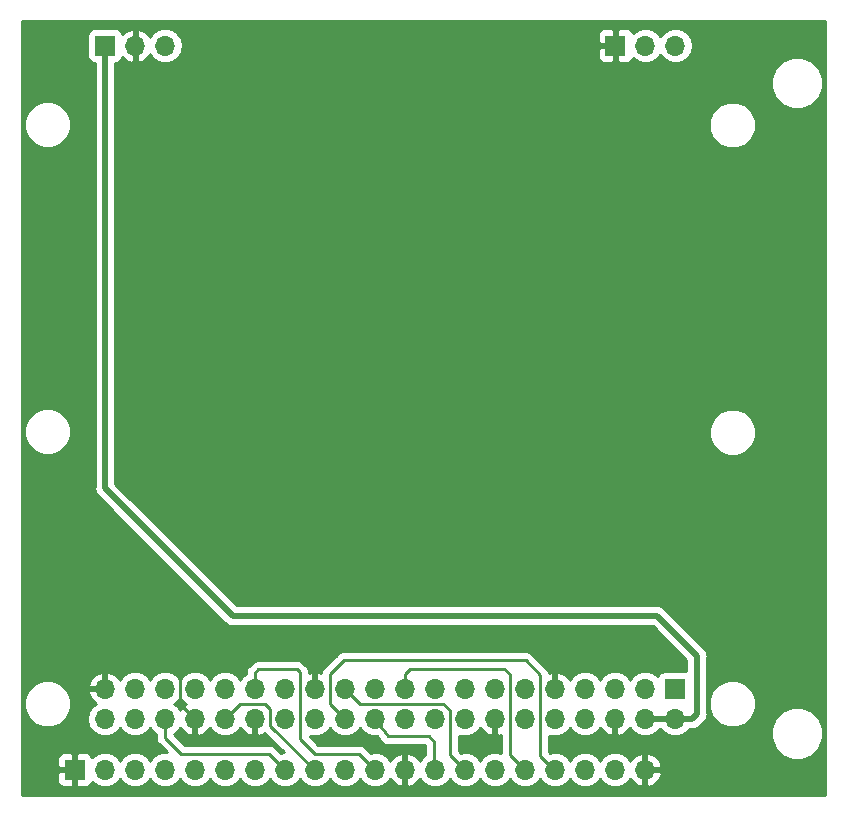
<source format=gbl>
G04 #@! TF.GenerationSoftware,KiCad,Pcbnew,(5.0.2)-1*
G04 #@! TF.CreationDate,2019-03-17T11:04:46+01:00*
G04 #@! TF.ProjectId,iC880A_Adapter_V1.1,69433838-3041-45f4-9164-61707465725f,rev?*
G04 #@! TF.SameCoordinates,Original*
G04 #@! TF.FileFunction,Copper,L2,Bot*
G04 #@! TF.FilePolarity,Positive*
%FSLAX46Y46*%
G04 Gerber Fmt 4.6, Leading zero omitted, Abs format (unit mm)*
G04 Created by KiCad (PCBNEW (5.0.2)-1) date 17.03.2019 11:04:46*
%MOMM*%
%LPD*%
G01*
G04 APERTURE LIST*
G04 #@! TA.AperFunction,ComponentPad*
%ADD10R,1.700000X1.700000*%
G04 #@! TD*
G04 #@! TA.AperFunction,ComponentPad*
%ADD11O,1.700000X1.700000*%
G04 #@! TD*
G04 #@! TA.AperFunction,Conductor*
%ADD12C,0.500000*%
G04 #@! TD*
G04 #@! TA.AperFunction,Conductor*
%ADD13C,0.250000*%
G04 #@! TD*
G04 #@! TA.AperFunction,Conductor*
%ADD14C,0.254000*%
G04 #@! TD*
G04 APERTURE END LIST*
D10*
G04 #@! TO.P,J1,1*
G04 #@! TO.N,N/C*
X132567920Y-184928680D03*
D11*
G04 #@! TO.P,J1,2*
G04 #@! TO.N,+5V*
X132567920Y-187468680D03*
G04 #@! TO.P,J1,3*
G04 #@! TO.N,N/C*
X130027920Y-184928680D03*
G04 #@! TO.P,J1,4*
G04 #@! TO.N,+5V*
X130027920Y-187468680D03*
G04 #@! TO.P,J1,5*
G04 #@! TO.N,N/C*
X127487920Y-184928680D03*
G04 #@! TO.P,J1,6*
G04 #@! TO.N,GND*
X127487920Y-187468680D03*
G04 #@! TO.P,J1,7*
G04 #@! TO.N,N/C*
X124947920Y-184928680D03*
G04 #@! TO.P,J1,8*
X124947920Y-187468680D03*
G04 #@! TO.P,J1,9*
G04 #@! TO.N,GND*
X122407920Y-184928680D03*
G04 #@! TO.P,J1,10*
G04 #@! TO.N,N/C*
X122407920Y-187468680D03*
G04 #@! TO.P,J1,11*
X119867920Y-184928680D03*
G04 #@! TO.P,J1,12*
X119867920Y-187468680D03*
G04 #@! TO.P,J1,13*
X117327920Y-184928680D03*
G04 #@! TO.P,J1,14*
G04 #@! TO.N,GND*
X117327920Y-187468680D03*
G04 #@! TO.P,J1,15*
G04 #@! TO.N,N/C*
X114787920Y-184928680D03*
G04 #@! TO.P,J1,16*
X114787920Y-187468680D03*
G04 #@! TO.P,J1,17*
X112247920Y-184928680D03*
G04 #@! TO.P,J1,18*
X112247920Y-187468680D03*
G04 #@! TO.P,J1,19*
G04 #@! TO.N,GPIO10_SPI0_MOSI*
X109707920Y-184928680D03*
G04 #@! TO.P,J1,20*
G04 #@! TO.N,GND*
X109707920Y-187468680D03*
G04 #@! TO.P,J1,21*
G04 #@! TO.N,GPIO9_SPI0_MISO*
X107167920Y-184928680D03*
G04 #@! TO.P,J1,22*
G04 #@! TO.N,GPIO25*
X107167920Y-187468680D03*
G04 #@! TO.P,J1,23*
G04 #@! TO.N,GPIO11_SPI0_SCLK*
X104627920Y-184928680D03*
G04 #@! TO.P,J1,24*
G04 #@! TO.N,GPIO8_SPI0_CS0*
X104627920Y-187468680D03*
G04 #@! TO.P,J1,25*
G04 #@! TO.N,GND*
X102087920Y-184928680D03*
G04 #@! TO.P,J1,26*
G04 #@! TO.N,N/C*
X102087920Y-187468680D03*
G04 #@! TO.P,J1,27*
X99547920Y-184928680D03*
G04 #@! TO.P,J1,28*
X99547920Y-187468680D03*
G04 #@! TO.P,J1,29*
G04 #@! TO.N,GPIO5*
X97007920Y-184928680D03*
G04 #@! TO.P,J1,30*
G04 #@! TO.N,GND*
X97007920Y-187468680D03*
G04 #@! TO.P,J1,31*
G04 #@! TO.N,GPIO6*
X94467920Y-184928680D03*
G04 #@! TO.P,J1,32*
G04 #@! TO.N,GPIO12*
X94467920Y-187468680D03*
G04 #@! TO.P,J1,33*
G04 #@! TO.N,N/C*
X91927920Y-184928680D03*
G04 #@! TO.P,J1,34*
G04 #@! TO.N,GND*
X91927920Y-187468680D03*
G04 #@! TO.P,J1,35*
G04 #@! TO.N,N/C*
X89387920Y-184928680D03*
G04 #@! TO.P,J1,36*
G04 #@! TO.N,GPIO16*
X89387920Y-187468680D03*
G04 #@! TO.P,J1,37*
G04 #@! TO.N,N/C*
X86847920Y-184928680D03*
G04 #@! TO.P,J1,38*
G04 #@! TO.N,GPIO20*
X86847920Y-187468680D03*
G04 #@! TO.P,J1,39*
G04 #@! TO.N,GND*
X84307920Y-184928680D03*
G04 #@! TO.P,J1,40*
G04 #@! TO.N,N/C*
X84307920Y-187468680D03*
G04 #@! TD*
G04 #@! TO.P,J2,20*
G04 #@! TO.N,GND*
X130027920Y-191786680D03*
G04 #@! TO.P,J2,19*
G04 #@! TO.N,N/C*
X127487920Y-191786680D03*
G04 #@! TO.P,J2,18*
X124947920Y-191786680D03*
G04 #@! TO.P,J2,17*
G04 #@! TO.N,GPIO8_SPI0_CS0*
X122407920Y-191786680D03*
G04 #@! TO.P,J2,16*
G04 #@! TO.N,GPIO10_SPI0_MOSI*
X119867920Y-191786680D03*
G04 #@! TO.P,J2,15*
G04 #@! TO.N,GPIO9_SPI0_MISO*
X117327920Y-191786680D03*
G04 #@! TO.P,J2,14*
G04 #@! TO.N,GPIO11_SPI0_SCLK*
X114787920Y-191786680D03*
G04 #@! TO.P,J2,13*
G04 #@! TO.N,GPIO25*
X112247920Y-191786680D03*
G04 #@! TO.P,J2,12*
G04 #@! TO.N,GND*
X109707920Y-191786680D03*
G04 #@! TO.P,J2,11*
G04 #@! TO.N,GPIO5*
X107167920Y-191786680D03*
G04 #@! TO.P,J2,10*
G04 #@! TO.N,GPIO6*
X104627920Y-191786680D03*
G04 #@! TO.P,J2,9*
G04 #@! TO.N,GPIO12*
X102087920Y-191786680D03*
G04 #@! TO.P,J2,8*
G04 #@! TO.N,GPIO16*
X99547920Y-191786680D03*
G04 #@! TO.P,J2,7*
G04 #@! TO.N,GPIO20*
X97007920Y-191786680D03*
G04 #@! TO.P,J2,6*
G04 #@! TO.N,N/C*
X94467920Y-191786680D03*
G04 #@! TO.P,J2,5*
X91927920Y-191786680D03*
G04 #@! TO.P,J2,4*
X89387920Y-191786680D03*
G04 #@! TO.P,J2,3*
X86847920Y-191786680D03*
G04 #@! TO.P,J2,2*
X84307920Y-191786680D03*
D10*
G04 #@! TO.P,J2,1*
G04 #@! TO.N,GND*
X81767920Y-191786680D03*
G04 #@! TD*
G04 #@! TO.P,J3,1*
G04 #@! TO.N,+5V*
X84320400Y-130463600D03*
D11*
G04 #@! TO.P,J3,2*
G04 #@! TO.N,GND*
X86860400Y-130463600D03*
G04 #@! TO.P,J3,3*
G04 #@! TO.N,N/C*
X89400400Y-130463600D03*
G04 #@! TD*
G04 #@! TO.P,J4,3*
G04 #@! TO.N,N/C*
X132614000Y-130461000D03*
G04 #@! TO.P,J4,2*
X130074000Y-130461000D03*
D10*
G04 #@! TO.P,J4,1*
G04 #@! TO.N,GND*
X127534000Y-130461000D03*
G04 #@! TD*
D12*
G04 #@! TO.N,+5V*
X130027920Y-187468680D02*
X132567920Y-187468680D01*
X134026320Y-187468680D02*
X132567920Y-187468680D01*
X84320400Y-167947160D02*
X95122240Y-178749000D01*
X84320400Y-130463600D02*
X84320400Y-167947160D01*
X95122240Y-178749000D02*
X131042000Y-178749000D01*
X131042000Y-178749000D02*
X134434600Y-182141600D01*
X134434600Y-182141600D02*
X134434600Y-187060400D01*
X134434600Y-187060400D02*
X134026320Y-187468680D01*
D13*
G04 #@! TO.N,GND*
X90657700Y-186198460D02*
X90657700Y-182886660D01*
X91927920Y-187468680D02*
X90657700Y-186198460D01*
X90657700Y-182886660D02*
X91610200Y-181934160D01*
X91610200Y-181934160D02*
X101135200Y-181934160D01*
X101135200Y-181934160D02*
X102087920Y-182886880D01*
X102087920Y-182886880D02*
X102087920Y-184928680D01*
G04 #@! TO.N,GPIO25*
X112191680Y-189399080D02*
X112191680Y-191786680D01*
X111752400Y-188959800D02*
X112191680Y-189399080D01*
X107167920Y-187468680D02*
X108298000Y-188959800D01*
X108298000Y-188959800D02*
X111752400Y-188959800D01*
G04 #@! TO.N,GPIO5*
X97299800Y-183270200D02*
X97007920Y-183562080D01*
X97007920Y-183562080D02*
X97007920Y-184928680D01*
X105788840Y-190407600D02*
X102075000Y-190407600D01*
X107167920Y-191786680D02*
X105788840Y-190407600D01*
X102075000Y-190407600D02*
X100805000Y-189137600D01*
X100805000Y-189137600D02*
X100805000Y-183498800D01*
X100805000Y-183498800D02*
X100576400Y-183270200D01*
X100576400Y-183270200D02*
X97299800Y-183270200D01*
G04 #@! TO.N,GPIO12*
X98290400Y-188096200D02*
X98290400Y-186623000D01*
X102087920Y-191786680D02*
X98290400Y-188096200D01*
X98290400Y-186623000D02*
X97884000Y-186216600D01*
X97884000Y-186216600D02*
X95720000Y-186216600D01*
X95720000Y-186216600D02*
X94467920Y-187468680D01*
G04 #@! TO.N,GPIO16*
X89380080Y-189051240D02*
X89387920Y-187468680D01*
X90761840Y-190433000D02*
X89380080Y-189051240D01*
X99547920Y-191786680D02*
X98194240Y-190433000D01*
X98194240Y-190433000D02*
X90761840Y-190433000D01*
G04 #@! TO.N,GPIO10_SPI0_MOSI*
X109707920Y-183689080D02*
X109707920Y-184928680D01*
X110139500Y-183257500D02*
X109707920Y-183689080D01*
X118140500Y-183257500D02*
X110139500Y-183257500D01*
X118585000Y-183702000D02*
X118140500Y-183257500D01*
X119867920Y-191786680D02*
X118585000Y-190503760D01*
X118585000Y-190503760D02*
X118585000Y-183702000D01*
G04 #@! TO.N,GPIO11_SPI0_SCLK*
X113505000Y-190503760D02*
X114787920Y-191786680D01*
X113505000Y-186750000D02*
X113505000Y-190503760D01*
X112946200Y-186191200D02*
X113505000Y-186750000D01*
X104627920Y-184928680D02*
X105890440Y-186191200D01*
X105890440Y-186191200D02*
X112946200Y-186191200D01*
G04 #@! TO.N,GPIO8_SPI0_CS0*
X103357700Y-183689300D02*
X103357700Y-186198460D01*
X104526100Y-182520900D02*
X103357700Y-183689300D01*
X119943900Y-182520900D02*
X104526100Y-182520900D01*
X121150400Y-183727400D02*
X119943900Y-182520900D01*
X122351680Y-191786680D02*
X121150400Y-190585400D01*
X121150400Y-190585400D02*
X121150400Y-183727400D01*
X103357700Y-186198460D02*
X104627920Y-187468680D01*
G04 #@! TD*
D14*
G04 #@! TO.N,GND*
G36*
X145294920Y-193921680D02*
X77264920Y-193921680D01*
X77264920Y-192072430D01*
X80282920Y-192072430D01*
X80282920Y-192762989D01*
X80379593Y-192996378D01*
X80558221Y-193175007D01*
X80791610Y-193271680D01*
X81482170Y-193271680D01*
X81640920Y-193112930D01*
X81640920Y-191913680D01*
X80441670Y-191913680D01*
X80282920Y-192072430D01*
X77264920Y-192072430D01*
X77264920Y-190810371D01*
X80282920Y-190810371D01*
X80282920Y-191500930D01*
X80441670Y-191659680D01*
X81640920Y-191659680D01*
X81640920Y-190460430D01*
X81894920Y-190460430D01*
X81894920Y-191659680D01*
X81914920Y-191659680D01*
X81914920Y-191913680D01*
X81894920Y-191913680D01*
X81894920Y-193112930D01*
X82053670Y-193271680D01*
X82744230Y-193271680D01*
X82977619Y-193175007D01*
X83156247Y-192996378D01*
X83222824Y-192835647D01*
X83237295Y-192857305D01*
X83728502Y-193185519D01*
X84161664Y-193271680D01*
X84454176Y-193271680D01*
X84887338Y-193185519D01*
X85378545Y-192857305D01*
X85577920Y-192558919D01*
X85777295Y-192857305D01*
X86268502Y-193185519D01*
X86701664Y-193271680D01*
X86994176Y-193271680D01*
X87427338Y-193185519D01*
X87918545Y-192857305D01*
X88117920Y-192558919D01*
X88317295Y-192857305D01*
X88808502Y-193185519D01*
X89241664Y-193271680D01*
X89534176Y-193271680D01*
X89967338Y-193185519D01*
X90458545Y-192857305D01*
X90657920Y-192558919D01*
X90857295Y-192857305D01*
X91348502Y-193185519D01*
X91781664Y-193271680D01*
X92074176Y-193271680D01*
X92507338Y-193185519D01*
X92998545Y-192857305D01*
X93197920Y-192558919D01*
X93397295Y-192857305D01*
X93888502Y-193185519D01*
X94321664Y-193271680D01*
X94614176Y-193271680D01*
X95047338Y-193185519D01*
X95538545Y-192857305D01*
X95737920Y-192558919D01*
X95937295Y-192857305D01*
X96428502Y-193185519D01*
X96861664Y-193271680D01*
X97154176Y-193271680D01*
X97587338Y-193185519D01*
X98078545Y-192857305D01*
X98277920Y-192558919D01*
X98477295Y-192857305D01*
X98968502Y-193185519D01*
X99401664Y-193271680D01*
X99694176Y-193271680D01*
X100127338Y-193185519D01*
X100618545Y-192857305D01*
X100817920Y-192558919D01*
X101017295Y-192857305D01*
X101508502Y-193185519D01*
X101941664Y-193271680D01*
X102234176Y-193271680D01*
X102667338Y-193185519D01*
X103158545Y-192857305D01*
X103357920Y-192558919D01*
X103557295Y-192857305D01*
X104048502Y-193185519D01*
X104481664Y-193271680D01*
X104774176Y-193271680D01*
X105207338Y-193185519D01*
X105698545Y-192857305D01*
X105897920Y-192558919D01*
X106097295Y-192857305D01*
X106588502Y-193185519D01*
X107021664Y-193271680D01*
X107314176Y-193271680D01*
X107747338Y-193185519D01*
X108238545Y-192857305D01*
X108451763Y-192538202D01*
X108512737Y-192668038D01*
X108940996Y-193058325D01*
X109351030Y-193228156D01*
X109580920Y-193106835D01*
X109580920Y-191913680D01*
X109560920Y-191913680D01*
X109560920Y-191659680D01*
X109580920Y-191659680D01*
X109580920Y-190466525D01*
X109351030Y-190345204D01*
X108940996Y-190515035D01*
X108512737Y-190905322D01*
X108451763Y-191035158D01*
X108238545Y-190716055D01*
X107747338Y-190387841D01*
X107314176Y-190301680D01*
X107021664Y-190301680D01*
X106801512Y-190345471D01*
X106379171Y-189923130D01*
X106336769Y-189859671D01*
X106085377Y-189691696D01*
X105863692Y-189647600D01*
X105863687Y-189647600D01*
X105788840Y-189632712D01*
X105713993Y-189647600D01*
X102389802Y-189647600D01*
X101634853Y-188892652D01*
X101941664Y-188953680D01*
X102234176Y-188953680D01*
X102667338Y-188867519D01*
X103158545Y-188539305D01*
X103357920Y-188240919D01*
X103557295Y-188539305D01*
X104048502Y-188867519D01*
X104481664Y-188953680D01*
X104774176Y-188953680D01*
X105207338Y-188867519D01*
X105698545Y-188539305D01*
X105897920Y-188240919D01*
X106097295Y-188539305D01*
X106588502Y-188867519D01*
X107021664Y-188953680D01*
X107314176Y-188953680D01*
X107336408Y-188949258D01*
X107678649Y-189400838D01*
X107750071Y-189507729D01*
X107832451Y-189562774D01*
X107906551Y-189628545D01*
X107957039Y-189646021D01*
X108001463Y-189675704D01*
X108098640Y-189695034D01*
X108192266Y-189727441D01*
X108320592Y-189719800D01*
X111431680Y-189719800D01*
X111431680Y-190546080D01*
X111177295Y-190716055D01*
X110964077Y-191035158D01*
X110903103Y-190905322D01*
X110474844Y-190515035D01*
X110064810Y-190345204D01*
X109834920Y-190466525D01*
X109834920Y-191659680D01*
X109854920Y-191659680D01*
X109854920Y-191913680D01*
X109834920Y-191913680D01*
X109834920Y-193106835D01*
X110064810Y-193228156D01*
X110474844Y-193058325D01*
X110903103Y-192668038D01*
X110964077Y-192538202D01*
X111177295Y-192857305D01*
X111668502Y-193185519D01*
X112101664Y-193271680D01*
X112394176Y-193271680D01*
X112827338Y-193185519D01*
X113318545Y-192857305D01*
X113517920Y-192558919D01*
X113717295Y-192857305D01*
X114208502Y-193185519D01*
X114641664Y-193271680D01*
X114934176Y-193271680D01*
X115367338Y-193185519D01*
X115858545Y-192857305D01*
X116057920Y-192558919D01*
X116257295Y-192857305D01*
X116748502Y-193185519D01*
X117181664Y-193271680D01*
X117474176Y-193271680D01*
X117907338Y-193185519D01*
X118398545Y-192857305D01*
X118597920Y-192558919D01*
X118797295Y-192857305D01*
X119288502Y-193185519D01*
X119721664Y-193271680D01*
X120014176Y-193271680D01*
X120447338Y-193185519D01*
X120938545Y-192857305D01*
X121137920Y-192558919D01*
X121337295Y-192857305D01*
X121828502Y-193185519D01*
X122261664Y-193271680D01*
X122554176Y-193271680D01*
X122987338Y-193185519D01*
X123478545Y-192857305D01*
X123677920Y-192558919D01*
X123877295Y-192857305D01*
X124368502Y-193185519D01*
X124801664Y-193271680D01*
X125094176Y-193271680D01*
X125527338Y-193185519D01*
X126018545Y-192857305D01*
X126217920Y-192558919D01*
X126417295Y-192857305D01*
X126908502Y-193185519D01*
X127341664Y-193271680D01*
X127634176Y-193271680D01*
X128067338Y-193185519D01*
X128558545Y-192857305D01*
X128771763Y-192538202D01*
X128832737Y-192668038D01*
X129260996Y-193058325D01*
X129671030Y-193228156D01*
X129900920Y-193106835D01*
X129900920Y-191913680D01*
X130154920Y-191913680D01*
X130154920Y-193106835D01*
X130384810Y-193228156D01*
X130794844Y-193058325D01*
X131223103Y-192668038D01*
X131469406Y-192143572D01*
X131348739Y-191913680D01*
X130154920Y-191913680D01*
X129900920Y-191913680D01*
X129880920Y-191913680D01*
X129880920Y-191659680D01*
X129900920Y-191659680D01*
X129900920Y-190466525D01*
X130154920Y-190466525D01*
X130154920Y-191659680D01*
X131348739Y-191659680D01*
X131469406Y-191429788D01*
X131223103Y-190905322D01*
X130794844Y-190515035D01*
X130384810Y-190345204D01*
X130154920Y-190466525D01*
X129900920Y-190466525D01*
X129671030Y-190345204D01*
X129260996Y-190515035D01*
X128832737Y-190905322D01*
X128771763Y-191035158D01*
X128558545Y-190716055D01*
X128067338Y-190387841D01*
X127634176Y-190301680D01*
X127341664Y-190301680D01*
X126908502Y-190387841D01*
X126417295Y-190716055D01*
X126217920Y-191014441D01*
X126018545Y-190716055D01*
X125527338Y-190387841D01*
X125094176Y-190301680D01*
X124801664Y-190301680D01*
X124368502Y-190387841D01*
X123877295Y-190716055D01*
X123677920Y-191014441D01*
X123478545Y-190716055D01*
X122987338Y-190387841D01*
X122554176Y-190301680D01*
X122261664Y-190301680D01*
X121994603Y-190354802D01*
X121910400Y-190270599D01*
X121910400Y-188883809D01*
X122261664Y-188953680D01*
X122554176Y-188953680D01*
X122987338Y-188867519D01*
X123478545Y-188539305D01*
X123677920Y-188240919D01*
X123877295Y-188539305D01*
X124368502Y-188867519D01*
X124801664Y-188953680D01*
X125094176Y-188953680D01*
X125527338Y-188867519D01*
X126018545Y-188539305D01*
X126231763Y-188220202D01*
X126292737Y-188350038D01*
X126720996Y-188740325D01*
X127131030Y-188910156D01*
X127360920Y-188788835D01*
X127360920Y-187595680D01*
X127340920Y-187595680D01*
X127340920Y-187341680D01*
X127360920Y-187341680D01*
X127360920Y-187321680D01*
X127614920Y-187321680D01*
X127614920Y-187341680D01*
X127634920Y-187341680D01*
X127634920Y-187595680D01*
X127614920Y-187595680D01*
X127614920Y-188788835D01*
X127844810Y-188910156D01*
X128254844Y-188740325D01*
X128683103Y-188350038D01*
X128744077Y-188220202D01*
X128957295Y-188539305D01*
X129448502Y-188867519D01*
X129881664Y-188953680D01*
X130174176Y-188953680D01*
X130607338Y-188867519D01*
X131098545Y-188539305D01*
X131222576Y-188353680D01*
X131373264Y-188353680D01*
X131497295Y-188539305D01*
X131988502Y-188867519D01*
X132421664Y-188953680D01*
X132714176Y-188953680D01*
X133147338Y-188867519D01*
X133638545Y-188539305D01*
X133762576Y-188353680D01*
X133939159Y-188353680D01*
X134026320Y-188371017D01*
X134113481Y-188353680D01*
X134113485Y-188353680D01*
X134371630Y-188302332D01*
X134470257Y-188236431D01*
X140679000Y-188236431D01*
X140679000Y-189125569D01*
X141019259Y-189947026D01*
X141647974Y-190575741D01*
X142469431Y-190916000D01*
X143358569Y-190916000D01*
X144180026Y-190575741D01*
X144808741Y-189947026D01*
X145149000Y-189125569D01*
X145149000Y-188236431D01*
X144808741Y-187414974D01*
X144180026Y-186786259D01*
X143358569Y-186446000D01*
X142469431Y-186446000D01*
X141647974Y-186786259D01*
X141019259Y-187414974D01*
X140679000Y-188236431D01*
X134470257Y-188236431D01*
X134664369Y-188106729D01*
X134713745Y-188032833D01*
X134998753Y-187747825D01*
X135072649Y-187698449D01*
X135268252Y-187405710D01*
X135319600Y-187147565D01*
X135319600Y-187147561D01*
X135336937Y-187060401D01*
X135319600Y-186973241D01*
X135319600Y-185796159D01*
X135449000Y-185796159D01*
X135449000Y-186585841D01*
X135751199Y-187315412D01*
X136309588Y-187873801D01*
X137039159Y-188176000D01*
X137828841Y-188176000D01*
X138558412Y-187873801D01*
X139116801Y-187315412D01*
X139419000Y-186585841D01*
X139419000Y-185796159D01*
X139116801Y-185066588D01*
X138558412Y-184508199D01*
X137828841Y-184206000D01*
X137039159Y-184206000D01*
X136309588Y-184508199D01*
X135751199Y-185066588D01*
X135449000Y-185796159D01*
X135319600Y-185796159D01*
X135319600Y-182228761D01*
X135336937Y-182141600D01*
X135319600Y-182054439D01*
X135319600Y-182054435D01*
X135268252Y-181796290D01*
X135072649Y-181503551D01*
X134998756Y-181454177D01*
X131729425Y-178184847D01*
X131680049Y-178110951D01*
X131387310Y-177915348D01*
X131129165Y-177864000D01*
X131129161Y-177864000D01*
X131042000Y-177846663D01*
X130954839Y-177864000D01*
X95488819Y-177864000D01*
X85205400Y-167580582D01*
X85205400Y-162806159D01*
X135469000Y-162806159D01*
X135469000Y-163595841D01*
X135771199Y-164325412D01*
X136329588Y-164883801D01*
X137059159Y-165186000D01*
X137848841Y-165186000D01*
X138578412Y-164883801D01*
X139136801Y-164325412D01*
X139439000Y-163595841D01*
X139439000Y-162806159D01*
X139136801Y-162076588D01*
X138578412Y-161518199D01*
X137848841Y-161216000D01*
X137059159Y-161216000D01*
X136329588Y-161518199D01*
X135771199Y-162076588D01*
X135469000Y-162806159D01*
X85205400Y-162806159D01*
X85205400Y-136796159D01*
X135449000Y-136796159D01*
X135449000Y-137585841D01*
X135751199Y-138315412D01*
X136309588Y-138873801D01*
X137039159Y-139176000D01*
X137828841Y-139176000D01*
X138558412Y-138873801D01*
X139116801Y-138315412D01*
X139419000Y-137585841D01*
X139419000Y-136796159D01*
X139116801Y-136066588D01*
X138558412Y-135508199D01*
X137828841Y-135206000D01*
X137039159Y-135206000D01*
X136309588Y-135508199D01*
X135751199Y-136066588D01*
X135449000Y-136796159D01*
X85205400Y-136796159D01*
X85205400Y-133196431D01*
X140669000Y-133196431D01*
X140669000Y-134085569D01*
X141009259Y-134907026D01*
X141637974Y-135535741D01*
X142459431Y-135876000D01*
X143348569Y-135876000D01*
X144170026Y-135535741D01*
X144798741Y-134907026D01*
X145139000Y-134085569D01*
X145139000Y-133196431D01*
X144798741Y-132374974D01*
X144170026Y-131746259D01*
X143348569Y-131406000D01*
X142459431Y-131406000D01*
X141637974Y-131746259D01*
X141009259Y-132374974D01*
X140669000Y-133196431D01*
X85205400Y-133196431D01*
X85205400Y-131954078D01*
X85418165Y-131911757D01*
X85628209Y-131771409D01*
X85768557Y-131561365D01*
X85789139Y-131457892D01*
X86093476Y-131735245D01*
X86503510Y-131905076D01*
X86733400Y-131783755D01*
X86733400Y-130590600D01*
X86713400Y-130590600D01*
X86713400Y-130336600D01*
X86733400Y-130336600D01*
X86733400Y-129143445D01*
X86987400Y-129143445D01*
X86987400Y-130336600D01*
X87007400Y-130336600D01*
X87007400Y-130590600D01*
X86987400Y-130590600D01*
X86987400Y-131783755D01*
X87217290Y-131905076D01*
X87627324Y-131735245D01*
X88055583Y-131344958D01*
X88116557Y-131215122D01*
X88329775Y-131534225D01*
X88820982Y-131862439D01*
X89254144Y-131948600D01*
X89546656Y-131948600D01*
X89979818Y-131862439D01*
X90471025Y-131534225D01*
X90799239Y-131043018D01*
X90858170Y-130746750D01*
X126049000Y-130746750D01*
X126049000Y-131437309D01*
X126145673Y-131670698D01*
X126324301Y-131849327D01*
X126557690Y-131946000D01*
X127248250Y-131946000D01*
X127407000Y-131787250D01*
X127407000Y-130588000D01*
X126207750Y-130588000D01*
X126049000Y-130746750D01*
X90858170Y-130746750D01*
X90914492Y-130463600D01*
X90799239Y-129884182D01*
X90532308Y-129484691D01*
X126049000Y-129484691D01*
X126049000Y-130175250D01*
X126207750Y-130334000D01*
X127407000Y-130334000D01*
X127407000Y-129134750D01*
X127661000Y-129134750D01*
X127661000Y-130334000D01*
X127681000Y-130334000D01*
X127681000Y-130588000D01*
X127661000Y-130588000D01*
X127661000Y-131787250D01*
X127819750Y-131946000D01*
X128510310Y-131946000D01*
X128743699Y-131849327D01*
X128922327Y-131670698D01*
X128988904Y-131509967D01*
X129003375Y-131531625D01*
X129494582Y-131859839D01*
X129927744Y-131946000D01*
X130220256Y-131946000D01*
X130653418Y-131859839D01*
X131144625Y-131531625D01*
X131344000Y-131233239D01*
X131543375Y-131531625D01*
X132034582Y-131859839D01*
X132467744Y-131946000D01*
X132760256Y-131946000D01*
X133193418Y-131859839D01*
X133684625Y-131531625D01*
X134012839Y-131040418D01*
X134128092Y-130461000D01*
X134012839Y-129881582D01*
X133684625Y-129390375D01*
X133193418Y-129062161D01*
X132760256Y-128976000D01*
X132467744Y-128976000D01*
X132034582Y-129062161D01*
X131543375Y-129390375D01*
X131344000Y-129688761D01*
X131144625Y-129390375D01*
X130653418Y-129062161D01*
X130220256Y-128976000D01*
X129927744Y-128976000D01*
X129494582Y-129062161D01*
X129003375Y-129390375D01*
X128988904Y-129412033D01*
X128922327Y-129251302D01*
X128743699Y-129072673D01*
X128510310Y-128976000D01*
X127819750Y-128976000D01*
X127661000Y-129134750D01*
X127407000Y-129134750D01*
X127248250Y-128976000D01*
X126557690Y-128976000D01*
X126324301Y-129072673D01*
X126145673Y-129251302D01*
X126049000Y-129484691D01*
X90532308Y-129484691D01*
X90471025Y-129392975D01*
X89979818Y-129064761D01*
X89546656Y-128978600D01*
X89254144Y-128978600D01*
X88820982Y-129064761D01*
X88329775Y-129392975D01*
X88116557Y-129712078D01*
X88055583Y-129582242D01*
X87627324Y-129191955D01*
X87217290Y-129022124D01*
X86987400Y-129143445D01*
X86733400Y-129143445D01*
X86503510Y-129022124D01*
X86093476Y-129191955D01*
X85789139Y-129469308D01*
X85768557Y-129365835D01*
X85628209Y-129155791D01*
X85418165Y-129015443D01*
X85170400Y-128966160D01*
X83470400Y-128966160D01*
X83222635Y-129015443D01*
X83012591Y-129155791D01*
X82872243Y-129365835D01*
X82822960Y-129613600D01*
X82822960Y-131313600D01*
X82872243Y-131561365D01*
X83012591Y-131771409D01*
X83222635Y-131911757D01*
X83435400Y-131954078D01*
X83435401Y-167859994D01*
X83418063Y-167947160D01*
X83486748Y-168292469D01*
X83632976Y-168511314D01*
X83632978Y-168511316D01*
X83682352Y-168585209D01*
X83756245Y-168634583D01*
X94434817Y-179313156D01*
X94484191Y-179387049D01*
X94558084Y-179436423D01*
X94558085Y-179436424D01*
X94776930Y-179582652D01*
X95035075Y-179634000D01*
X95035079Y-179634000D01*
X95122240Y-179651337D01*
X95209401Y-179634000D01*
X130675422Y-179634000D01*
X133549600Y-182508179D01*
X133549600Y-183457433D01*
X133417920Y-183431240D01*
X131717920Y-183431240D01*
X131470155Y-183480523D01*
X131260111Y-183620871D01*
X131119763Y-183830915D01*
X131110736Y-183876299D01*
X131098545Y-183858055D01*
X130607338Y-183529841D01*
X130174176Y-183443680D01*
X129881664Y-183443680D01*
X129448502Y-183529841D01*
X128957295Y-183858055D01*
X128757920Y-184156441D01*
X128558545Y-183858055D01*
X128067338Y-183529841D01*
X127634176Y-183443680D01*
X127341664Y-183443680D01*
X126908502Y-183529841D01*
X126417295Y-183858055D01*
X126217920Y-184156441D01*
X126018545Y-183858055D01*
X125527338Y-183529841D01*
X125094176Y-183443680D01*
X124801664Y-183443680D01*
X124368502Y-183529841D01*
X123877295Y-183858055D01*
X123664077Y-184177158D01*
X123603103Y-184047322D01*
X123174844Y-183657035D01*
X122764810Y-183487204D01*
X122534920Y-183608525D01*
X122534920Y-184801680D01*
X122554920Y-184801680D01*
X122554920Y-185055680D01*
X122534920Y-185055680D01*
X122534920Y-185075680D01*
X122280920Y-185075680D01*
X122280920Y-185055680D01*
X122260920Y-185055680D01*
X122260920Y-184801680D01*
X122280920Y-184801680D01*
X122280920Y-183608525D01*
X122051030Y-183487204D01*
X121890719Y-183553603D01*
X121875880Y-183479005D01*
X121866304Y-183430862D01*
X121740729Y-183242927D01*
X121698329Y-183179471D01*
X121634873Y-183137071D01*
X120534231Y-182036430D01*
X120491829Y-181972971D01*
X120240437Y-181804996D01*
X120018752Y-181760900D01*
X120018747Y-181760900D01*
X119943900Y-181746012D01*
X119869053Y-181760900D01*
X104600946Y-181760900D01*
X104526099Y-181746012D01*
X104451252Y-181760900D01*
X104451248Y-181760900D01*
X104229563Y-181804996D01*
X103978171Y-181972971D01*
X103935771Y-182036427D01*
X102873230Y-183098969D01*
X102809771Y-183141371D01*
X102641796Y-183392764D01*
X102609447Y-183555394D01*
X102444810Y-183487204D01*
X102214920Y-183608525D01*
X102214920Y-184801680D01*
X102234920Y-184801680D01*
X102234920Y-185055680D01*
X102214920Y-185055680D01*
X102214920Y-185075680D01*
X101960920Y-185075680D01*
X101960920Y-185055680D01*
X101940920Y-185055680D01*
X101940920Y-184801680D01*
X101960920Y-184801680D01*
X101960920Y-183608525D01*
X101731030Y-183487204D01*
X101568831Y-183554385D01*
X101579888Y-183498799D01*
X101565000Y-183423952D01*
X101565000Y-183423948D01*
X101520904Y-183202263D01*
X101352929Y-182950871D01*
X101289470Y-182908469D01*
X101166731Y-182785730D01*
X101124329Y-182722271D01*
X100872937Y-182554296D01*
X100651252Y-182510200D01*
X100651247Y-182510200D01*
X100576400Y-182495312D01*
X100501553Y-182510200D01*
X97374648Y-182510200D01*
X97299800Y-182495312D01*
X97224952Y-182510200D01*
X97224948Y-182510200D01*
X97003263Y-182554296D01*
X96751871Y-182722271D01*
X96709469Y-182785730D01*
X96523450Y-182971749D01*
X96459991Y-183014151D01*
X96292016Y-183265544D01*
X96247920Y-183487229D01*
X96247920Y-183487233D01*
X96233032Y-183562080D01*
X96247920Y-183636927D01*
X96247920Y-183650502D01*
X95937295Y-183858055D01*
X95737920Y-184156441D01*
X95538545Y-183858055D01*
X95047338Y-183529841D01*
X94614176Y-183443680D01*
X94321664Y-183443680D01*
X93888502Y-183529841D01*
X93397295Y-183858055D01*
X93197920Y-184156441D01*
X92998545Y-183858055D01*
X92507338Y-183529841D01*
X92074176Y-183443680D01*
X91781664Y-183443680D01*
X91348502Y-183529841D01*
X90857295Y-183858055D01*
X90657920Y-184156441D01*
X90458545Y-183858055D01*
X89967338Y-183529841D01*
X89534176Y-183443680D01*
X89241664Y-183443680D01*
X88808502Y-183529841D01*
X88317295Y-183858055D01*
X88117920Y-184156441D01*
X87918545Y-183858055D01*
X87427338Y-183529841D01*
X86994176Y-183443680D01*
X86701664Y-183443680D01*
X86268502Y-183529841D01*
X85777295Y-183858055D01*
X85564077Y-184177158D01*
X85503103Y-184047322D01*
X85074844Y-183657035D01*
X84664810Y-183487204D01*
X84434920Y-183608525D01*
X84434920Y-184801680D01*
X84454920Y-184801680D01*
X84454920Y-185055680D01*
X84434920Y-185055680D01*
X84434920Y-185075680D01*
X84180920Y-185075680D01*
X84180920Y-185055680D01*
X82987101Y-185055680D01*
X82866434Y-185285572D01*
X83112737Y-185810038D01*
X83537706Y-186197327D01*
X83237295Y-186398055D01*
X82909081Y-186889262D01*
X82793828Y-187468680D01*
X82909081Y-188048098D01*
X83237295Y-188539305D01*
X83728502Y-188867519D01*
X84161664Y-188953680D01*
X84454176Y-188953680D01*
X84887338Y-188867519D01*
X85378545Y-188539305D01*
X85577920Y-188240919D01*
X85777295Y-188539305D01*
X86268502Y-188867519D01*
X86701664Y-188953680D01*
X86994176Y-188953680D01*
X87427338Y-188867519D01*
X87918545Y-188539305D01*
X88117920Y-188240919D01*
X88317295Y-188539305D01*
X88621600Y-188742635D01*
X88620451Y-188974527D01*
X88605192Y-189051240D01*
X88634296Y-189197557D01*
X88662716Y-189344226D01*
X88663795Y-189345859D01*
X88664177Y-189347777D01*
X88747141Y-189471942D01*
X88829444Y-189596447D01*
X88894262Y-189640224D01*
X89561068Y-190307029D01*
X89534176Y-190301680D01*
X89241664Y-190301680D01*
X88808502Y-190387841D01*
X88317295Y-190716055D01*
X88117920Y-191014441D01*
X87918545Y-190716055D01*
X87427338Y-190387841D01*
X86994176Y-190301680D01*
X86701664Y-190301680D01*
X86268502Y-190387841D01*
X85777295Y-190716055D01*
X85577920Y-191014441D01*
X85378545Y-190716055D01*
X84887338Y-190387841D01*
X84454176Y-190301680D01*
X84161664Y-190301680D01*
X83728502Y-190387841D01*
X83237295Y-190716055D01*
X83222824Y-190737713D01*
X83156247Y-190576982D01*
X82977619Y-190398353D01*
X82744230Y-190301680D01*
X82053670Y-190301680D01*
X81894920Y-190460430D01*
X81640920Y-190460430D01*
X81482170Y-190301680D01*
X80791610Y-190301680D01*
X80558221Y-190398353D01*
X80379593Y-190576982D01*
X80282920Y-190810371D01*
X77264920Y-190810371D01*
X77264920Y-185796159D01*
X77465000Y-185796159D01*
X77465000Y-186585841D01*
X77767199Y-187315412D01*
X78325588Y-187873801D01*
X79055159Y-188176000D01*
X79844841Y-188176000D01*
X80574412Y-187873801D01*
X81132801Y-187315412D01*
X81435000Y-186585841D01*
X81435000Y-185796159D01*
X81132801Y-185066588D01*
X80638001Y-184571788D01*
X82866434Y-184571788D01*
X82987101Y-184801680D01*
X84180920Y-184801680D01*
X84180920Y-183608525D01*
X83951030Y-183487204D01*
X83540996Y-183657035D01*
X83112737Y-184047322D01*
X82866434Y-184571788D01*
X80638001Y-184571788D01*
X80574412Y-184508199D01*
X79844841Y-184206000D01*
X79055159Y-184206000D01*
X78325588Y-184508199D01*
X77767199Y-185066588D01*
X77465000Y-185796159D01*
X77264920Y-185796159D01*
X77264920Y-162755159D01*
X77465000Y-162755159D01*
X77465000Y-163544841D01*
X77767199Y-164274412D01*
X78325588Y-164832801D01*
X79055159Y-165135000D01*
X79844841Y-165135000D01*
X80574412Y-164832801D01*
X81132801Y-164274412D01*
X81435000Y-163544841D01*
X81435000Y-162755159D01*
X81132801Y-162025588D01*
X80574412Y-161467199D01*
X79844841Y-161165000D01*
X79055159Y-161165000D01*
X78325588Y-161467199D01*
X77767199Y-162025588D01*
X77465000Y-162755159D01*
X77264920Y-162755159D01*
X77264920Y-136748959D01*
X77465000Y-136748959D01*
X77465000Y-137538641D01*
X77767199Y-138268212D01*
X78325588Y-138826601D01*
X79055159Y-139128800D01*
X79844841Y-139128800D01*
X80574412Y-138826601D01*
X81132801Y-138268212D01*
X81435000Y-137538641D01*
X81435000Y-136748959D01*
X81132801Y-136019388D01*
X80574412Y-135460999D01*
X79844841Y-135158800D01*
X79055159Y-135158800D01*
X78325588Y-135460999D01*
X77767199Y-136019388D01*
X77465000Y-136748959D01*
X77264920Y-136748959D01*
X77264920Y-128391680D01*
X145294921Y-128391680D01*
X145294920Y-193921680D01*
X145294920Y-193921680D01*
G37*
X145294920Y-193921680D02*
X77264920Y-193921680D01*
X77264920Y-192072430D01*
X80282920Y-192072430D01*
X80282920Y-192762989D01*
X80379593Y-192996378D01*
X80558221Y-193175007D01*
X80791610Y-193271680D01*
X81482170Y-193271680D01*
X81640920Y-193112930D01*
X81640920Y-191913680D01*
X80441670Y-191913680D01*
X80282920Y-192072430D01*
X77264920Y-192072430D01*
X77264920Y-190810371D01*
X80282920Y-190810371D01*
X80282920Y-191500930D01*
X80441670Y-191659680D01*
X81640920Y-191659680D01*
X81640920Y-190460430D01*
X81894920Y-190460430D01*
X81894920Y-191659680D01*
X81914920Y-191659680D01*
X81914920Y-191913680D01*
X81894920Y-191913680D01*
X81894920Y-193112930D01*
X82053670Y-193271680D01*
X82744230Y-193271680D01*
X82977619Y-193175007D01*
X83156247Y-192996378D01*
X83222824Y-192835647D01*
X83237295Y-192857305D01*
X83728502Y-193185519D01*
X84161664Y-193271680D01*
X84454176Y-193271680D01*
X84887338Y-193185519D01*
X85378545Y-192857305D01*
X85577920Y-192558919D01*
X85777295Y-192857305D01*
X86268502Y-193185519D01*
X86701664Y-193271680D01*
X86994176Y-193271680D01*
X87427338Y-193185519D01*
X87918545Y-192857305D01*
X88117920Y-192558919D01*
X88317295Y-192857305D01*
X88808502Y-193185519D01*
X89241664Y-193271680D01*
X89534176Y-193271680D01*
X89967338Y-193185519D01*
X90458545Y-192857305D01*
X90657920Y-192558919D01*
X90857295Y-192857305D01*
X91348502Y-193185519D01*
X91781664Y-193271680D01*
X92074176Y-193271680D01*
X92507338Y-193185519D01*
X92998545Y-192857305D01*
X93197920Y-192558919D01*
X93397295Y-192857305D01*
X93888502Y-193185519D01*
X94321664Y-193271680D01*
X94614176Y-193271680D01*
X95047338Y-193185519D01*
X95538545Y-192857305D01*
X95737920Y-192558919D01*
X95937295Y-192857305D01*
X96428502Y-193185519D01*
X96861664Y-193271680D01*
X97154176Y-193271680D01*
X97587338Y-193185519D01*
X98078545Y-192857305D01*
X98277920Y-192558919D01*
X98477295Y-192857305D01*
X98968502Y-193185519D01*
X99401664Y-193271680D01*
X99694176Y-193271680D01*
X100127338Y-193185519D01*
X100618545Y-192857305D01*
X100817920Y-192558919D01*
X101017295Y-192857305D01*
X101508502Y-193185519D01*
X101941664Y-193271680D01*
X102234176Y-193271680D01*
X102667338Y-193185519D01*
X103158545Y-192857305D01*
X103357920Y-192558919D01*
X103557295Y-192857305D01*
X104048502Y-193185519D01*
X104481664Y-193271680D01*
X104774176Y-193271680D01*
X105207338Y-193185519D01*
X105698545Y-192857305D01*
X105897920Y-192558919D01*
X106097295Y-192857305D01*
X106588502Y-193185519D01*
X107021664Y-193271680D01*
X107314176Y-193271680D01*
X107747338Y-193185519D01*
X108238545Y-192857305D01*
X108451763Y-192538202D01*
X108512737Y-192668038D01*
X108940996Y-193058325D01*
X109351030Y-193228156D01*
X109580920Y-193106835D01*
X109580920Y-191913680D01*
X109560920Y-191913680D01*
X109560920Y-191659680D01*
X109580920Y-191659680D01*
X109580920Y-190466525D01*
X109351030Y-190345204D01*
X108940996Y-190515035D01*
X108512737Y-190905322D01*
X108451763Y-191035158D01*
X108238545Y-190716055D01*
X107747338Y-190387841D01*
X107314176Y-190301680D01*
X107021664Y-190301680D01*
X106801512Y-190345471D01*
X106379171Y-189923130D01*
X106336769Y-189859671D01*
X106085377Y-189691696D01*
X105863692Y-189647600D01*
X105863687Y-189647600D01*
X105788840Y-189632712D01*
X105713993Y-189647600D01*
X102389802Y-189647600D01*
X101634853Y-188892652D01*
X101941664Y-188953680D01*
X102234176Y-188953680D01*
X102667338Y-188867519D01*
X103158545Y-188539305D01*
X103357920Y-188240919D01*
X103557295Y-188539305D01*
X104048502Y-188867519D01*
X104481664Y-188953680D01*
X104774176Y-188953680D01*
X105207338Y-188867519D01*
X105698545Y-188539305D01*
X105897920Y-188240919D01*
X106097295Y-188539305D01*
X106588502Y-188867519D01*
X107021664Y-188953680D01*
X107314176Y-188953680D01*
X107336408Y-188949258D01*
X107678649Y-189400838D01*
X107750071Y-189507729D01*
X107832451Y-189562774D01*
X107906551Y-189628545D01*
X107957039Y-189646021D01*
X108001463Y-189675704D01*
X108098640Y-189695034D01*
X108192266Y-189727441D01*
X108320592Y-189719800D01*
X111431680Y-189719800D01*
X111431680Y-190546080D01*
X111177295Y-190716055D01*
X110964077Y-191035158D01*
X110903103Y-190905322D01*
X110474844Y-190515035D01*
X110064810Y-190345204D01*
X109834920Y-190466525D01*
X109834920Y-191659680D01*
X109854920Y-191659680D01*
X109854920Y-191913680D01*
X109834920Y-191913680D01*
X109834920Y-193106835D01*
X110064810Y-193228156D01*
X110474844Y-193058325D01*
X110903103Y-192668038D01*
X110964077Y-192538202D01*
X111177295Y-192857305D01*
X111668502Y-193185519D01*
X112101664Y-193271680D01*
X112394176Y-193271680D01*
X112827338Y-193185519D01*
X113318545Y-192857305D01*
X113517920Y-192558919D01*
X113717295Y-192857305D01*
X114208502Y-193185519D01*
X114641664Y-193271680D01*
X114934176Y-193271680D01*
X115367338Y-193185519D01*
X115858545Y-192857305D01*
X116057920Y-192558919D01*
X116257295Y-192857305D01*
X116748502Y-193185519D01*
X117181664Y-193271680D01*
X117474176Y-193271680D01*
X117907338Y-193185519D01*
X118398545Y-192857305D01*
X118597920Y-192558919D01*
X118797295Y-192857305D01*
X119288502Y-193185519D01*
X119721664Y-193271680D01*
X120014176Y-193271680D01*
X120447338Y-193185519D01*
X120938545Y-192857305D01*
X121137920Y-192558919D01*
X121337295Y-192857305D01*
X121828502Y-193185519D01*
X122261664Y-193271680D01*
X122554176Y-193271680D01*
X122987338Y-193185519D01*
X123478545Y-192857305D01*
X123677920Y-192558919D01*
X123877295Y-192857305D01*
X124368502Y-193185519D01*
X124801664Y-193271680D01*
X125094176Y-193271680D01*
X125527338Y-193185519D01*
X126018545Y-192857305D01*
X126217920Y-192558919D01*
X126417295Y-192857305D01*
X126908502Y-193185519D01*
X127341664Y-193271680D01*
X127634176Y-193271680D01*
X128067338Y-193185519D01*
X128558545Y-192857305D01*
X128771763Y-192538202D01*
X128832737Y-192668038D01*
X129260996Y-193058325D01*
X129671030Y-193228156D01*
X129900920Y-193106835D01*
X129900920Y-191913680D01*
X130154920Y-191913680D01*
X130154920Y-193106835D01*
X130384810Y-193228156D01*
X130794844Y-193058325D01*
X131223103Y-192668038D01*
X131469406Y-192143572D01*
X131348739Y-191913680D01*
X130154920Y-191913680D01*
X129900920Y-191913680D01*
X129880920Y-191913680D01*
X129880920Y-191659680D01*
X129900920Y-191659680D01*
X129900920Y-190466525D01*
X130154920Y-190466525D01*
X130154920Y-191659680D01*
X131348739Y-191659680D01*
X131469406Y-191429788D01*
X131223103Y-190905322D01*
X130794844Y-190515035D01*
X130384810Y-190345204D01*
X130154920Y-190466525D01*
X129900920Y-190466525D01*
X129671030Y-190345204D01*
X129260996Y-190515035D01*
X128832737Y-190905322D01*
X128771763Y-191035158D01*
X128558545Y-190716055D01*
X128067338Y-190387841D01*
X127634176Y-190301680D01*
X127341664Y-190301680D01*
X126908502Y-190387841D01*
X126417295Y-190716055D01*
X126217920Y-191014441D01*
X126018545Y-190716055D01*
X125527338Y-190387841D01*
X125094176Y-190301680D01*
X124801664Y-190301680D01*
X124368502Y-190387841D01*
X123877295Y-190716055D01*
X123677920Y-191014441D01*
X123478545Y-190716055D01*
X122987338Y-190387841D01*
X122554176Y-190301680D01*
X122261664Y-190301680D01*
X121994603Y-190354802D01*
X121910400Y-190270599D01*
X121910400Y-188883809D01*
X122261664Y-188953680D01*
X122554176Y-188953680D01*
X122987338Y-188867519D01*
X123478545Y-188539305D01*
X123677920Y-188240919D01*
X123877295Y-188539305D01*
X124368502Y-188867519D01*
X124801664Y-188953680D01*
X125094176Y-188953680D01*
X125527338Y-188867519D01*
X126018545Y-188539305D01*
X126231763Y-188220202D01*
X126292737Y-188350038D01*
X126720996Y-188740325D01*
X127131030Y-188910156D01*
X127360920Y-188788835D01*
X127360920Y-187595680D01*
X127340920Y-187595680D01*
X127340920Y-187341680D01*
X127360920Y-187341680D01*
X127360920Y-187321680D01*
X127614920Y-187321680D01*
X127614920Y-187341680D01*
X127634920Y-187341680D01*
X127634920Y-187595680D01*
X127614920Y-187595680D01*
X127614920Y-188788835D01*
X127844810Y-188910156D01*
X128254844Y-188740325D01*
X128683103Y-188350038D01*
X128744077Y-188220202D01*
X128957295Y-188539305D01*
X129448502Y-188867519D01*
X129881664Y-188953680D01*
X130174176Y-188953680D01*
X130607338Y-188867519D01*
X131098545Y-188539305D01*
X131222576Y-188353680D01*
X131373264Y-188353680D01*
X131497295Y-188539305D01*
X131988502Y-188867519D01*
X132421664Y-188953680D01*
X132714176Y-188953680D01*
X133147338Y-188867519D01*
X133638545Y-188539305D01*
X133762576Y-188353680D01*
X133939159Y-188353680D01*
X134026320Y-188371017D01*
X134113481Y-188353680D01*
X134113485Y-188353680D01*
X134371630Y-188302332D01*
X134470257Y-188236431D01*
X140679000Y-188236431D01*
X140679000Y-189125569D01*
X141019259Y-189947026D01*
X141647974Y-190575741D01*
X142469431Y-190916000D01*
X143358569Y-190916000D01*
X144180026Y-190575741D01*
X144808741Y-189947026D01*
X145149000Y-189125569D01*
X145149000Y-188236431D01*
X144808741Y-187414974D01*
X144180026Y-186786259D01*
X143358569Y-186446000D01*
X142469431Y-186446000D01*
X141647974Y-186786259D01*
X141019259Y-187414974D01*
X140679000Y-188236431D01*
X134470257Y-188236431D01*
X134664369Y-188106729D01*
X134713745Y-188032833D01*
X134998753Y-187747825D01*
X135072649Y-187698449D01*
X135268252Y-187405710D01*
X135319600Y-187147565D01*
X135319600Y-187147561D01*
X135336937Y-187060401D01*
X135319600Y-186973241D01*
X135319600Y-185796159D01*
X135449000Y-185796159D01*
X135449000Y-186585841D01*
X135751199Y-187315412D01*
X136309588Y-187873801D01*
X137039159Y-188176000D01*
X137828841Y-188176000D01*
X138558412Y-187873801D01*
X139116801Y-187315412D01*
X139419000Y-186585841D01*
X139419000Y-185796159D01*
X139116801Y-185066588D01*
X138558412Y-184508199D01*
X137828841Y-184206000D01*
X137039159Y-184206000D01*
X136309588Y-184508199D01*
X135751199Y-185066588D01*
X135449000Y-185796159D01*
X135319600Y-185796159D01*
X135319600Y-182228761D01*
X135336937Y-182141600D01*
X135319600Y-182054439D01*
X135319600Y-182054435D01*
X135268252Y-181796290D01*
X135072649Y-181503551D01*
X134998756Y-181454177D01*
X131729425Y-178184847D01*
X131680049Y-178110951D01*
X131387310Y-177915348D01*
X131129165Y-177864000D01*
X131129161Y-177864000D01*
X131042000Y-177846663D01*
X130954839Y-177864000D01*
X95488819Y-177864000D01*
X85205400Y-167580582D01*
X85205400Y-162806159D01*
X135469000Y-162806159D01*
X135469000Y-163595841D01*
X135771199Y-164325412D01*
X136329588Y-164883801D01*
X137059159Y-165186000D01*
X137848841Y-165186000D01*
X138578412Y-164883801D01*
X139136801Y-164325412D01*
X139439000Y-163595841D01*
X139439000Y-162806159D01*
X139136801Y-162076588D01*
X138578412Y-161518199D01*
X137848841Y-161216000D01*
X137059159Y-161216000D01*
X136329588Y-161518199D01*
X135771199Y-162076588D01*
X135469000Y-162806159D01*
X85205400Y-162806159D01*
X85205400Y-136796159D01*
X135449000Y-136796159D01*
X135449000Y-137585841D01*
X135751199Y-138315412D01*
X136309588Y-138873801D01*
X137039159Y-139176000D01*
X137828841Y-139176000D01*
X138558412Y-138873801D01*
X139116801Y-138315412D01*
X139419000Y-137585841D01*
X139419000Y-136796159D01*
X139116801Y-136066588D01*
X138558412Y-135508199D01*
X137828841Y-135206000D01*
X137039159Y-135206000D01*
X136309588Y-135508199D01*
X135751199Y-136066588D01*
X135449000Y-136796159D01*
X85205400Y-136796159D01*
X85205400Y-133196431D01*
X140669000Y-133196431D01*
X140669000Y-134085569D01*
X141009259Y-134907026D01*
X141637974Y-135535741D01*
X142459431Y-135876000D01*
X143348569Y-135876000D01*
X144170026Y-135535741D01*
X144798741Y-134907026D01*
X145139000Y-134085569D01*
X145139000Y-133196431D01*
X144798741Y-132374974D01*
X144170026Y-131746259D01*
X143348569Y-131406000D01*
X142459431Y-131406000D01*
X141637974Y-131746259D01*
X141009259Y-132374974D01*
X140669000Y-133196431D01*
X85205400Y-133196431D01*
X85205400Y-131954078D01*
X85418165Y-131911757D01*
X85628209Y-131771409D01*
X85768557Y-131561365D01*
X85789139Y-131457892D01*
X86093476Y-131735245D01*
X86503510Y-131905076D01*
X86733400Y-131783755D01*
X86733400Y-130590600D01*
X86713400Y-130590600D01*
X86713400Y-130336600D01*
X86733400Y-130336600D01*
X86733400Y-129143445D01*
X86987400Y-129143445D01*
X86987400Y-130336600D01*
X87007400Y-130336600D01*
X87007400Y-130590600D01*
X86987400Y-130590600D01*
X86987400Y-131783755D01*
X87217290Y-131905076D01*
X87627324Y-131735245D01*
X88055583Y-131344958D01*
X88116557Y-131215122D01*
X88329775Y-131534225D01*
X88820982Y-131862439D01*
X89254144Y-131948600D01*
X89546656Y-131948600D01*
X89979818Y-131862439D01*
X90471025Y-131534225D01*
X90799239Y-131043018D01*
X90858170Y-130746750D01*
X126049000Y-130746750D01*
X126049000Y-131437309D01*
X126145673Y-131670698D01*
X126324301Y-131849327D01*
X126557690Y-131946000D01*
X127248250Y-131946000D01*
X127407000Y-131787250D01*
X127407000Y-130588000D01*
X126207750Y-130588000D01*
X126049000Y-130746750D01*
X90858170Y-130746750D01*
X90914492Y-130463600D01*
X90799239Y-129884182D01*
X90532308Y-129484691D01*
X126049000Y-129484691D01*
X126049000Y-130175250D01*
X126207750Y-130334000D01*
X127407000Y-130334000D01*
X127407000Y-129134750D01*
X127661000Y-129134750D01*
X127661000Y-130334000D01*
X127681000Y-130334000D01*
X127681000Y-130588000D01*
X127661000Y-130588000D01*
X127661000Y-131787250D01*
X127819750Y-131946000D01*
X128510310Y-131946000D01*
X128743699Y-131849327D01*
X128922327Y-131670698D01*
X128988904Y-131509967D01*
X129003375Y-131531625D01*
X129494582Y-131859839D01*
X129927744Y-131946000D01*
X130220256Y-131946000D01*
X130653418Y-131859839D01*
X131144625Y-131531625D01*
X131344000Y-131233239D01*
X131543375Y-131531625D01*
X132034582Y-131859839D01*
X132467744Y-131946000D01*
X132760256Y-131946000D01*
X133193418Y-131859839D01*
X133684625Y-131531625D01*
X134012839Y-131040418D01*
X134128092Y-130461000D01*
X134012839Y-129881582D01*
X133684625Y-129390375D01*
X133193418Y-129062161D01*
X132760256Y-128976000D01*
X132467744Y-128976000D01*
X132034582Y-129062161D01*
X131543375Y-129390375D01*
X131344000Y-129688761D01*
X131144625Y-129390375D01*
X130653418Y-129062161D01*
X130220256Y-128976000D01*
X129927744Y-128976000D01*
X129494582Y-129062161D01*
X129003375Y-129390375D01*
X128988904Y-129412033D01*
X128922327Y-129251302D01*
X128743699Y-129072673D01*
X128510310Y-128976000D01*
X127819750Y-128976000D01*
X127661000Y-129134750D01*
X127407000Y-129134750D01*
X127248250Y-128976000D01*
X126557690Y-128976000D01*
X126324301Y-129072673D01*
X126145673Y-129251302D01*
X126049000Y-129484691D01*
X90532308Y-129484691D01*
X90471025Y-129392975D01*
X89979818Y-129064761D01*
X89546656Y-128978600D01*
X89254144Y-128978600D01*
X88820982Y-129064761D01*
X88329775Y-129392975D01*
X88116557Y-129712078D01*
X88055583Y-129582242D01*
X87627324Y-129191955D01*
X87217290Y-129022124D01*
X86987400Y-129143445D01*
X86733400Y-129143445D01*
X86503510Y-129022124D01*
X86093476Y-129191955D01*
X85789139Y-129469308D01*
X85768557Y-129365835D01*
X85628209Y-129155791D01*
X85418165Y-129015443D01*
X85170400Y-128966160D01*
X83470400Y-128966160D01*
X83222635Y-129015443D01*
X83012591Y-129155791D01*
X82872243Y-129365835D01*
X82822960Y-129613600D01*
X82822960Y-131313600D01*
X82872243Y-131561365D01*
X83012591Y-131771409D01*
X83222635Y-131911757D01*
X83435400Y-131954078D01*
X83435401Y-167859994D01*
X83418063Y-167947160D01*
X83486748Y-168292469D01*
X83632976Y-168511314D01*
X83632978Y-168511316D01*
X83682352Y-168585209D01*
X83756245Y-168634583D01*
X94434817Y-179313156D01*
X94484191Y-179387049D01*
X94558084Y-179436423D01*
X94558085Y-179436424D01*
X94776930Y-179582652D01*
X95035075Y-179634000D01*
X95035079Y-179634000D01*
X95122240Y-179651337D01*
X95209401Y-179634000D01*
X130675422Y-179634000D01*
X133549600Y-182508179D01*
X133549600Y-183457433D01*
X133417920Y-183431240D01*
X131717920Y-183431240D01*
X131470155Y-183480523D01*
X131260111Y-183620871D01*
X131119763Y-183830915D01*
X131110736Y-183876299D01*
X131098545Y-183858055D01*
X130607338Y-183529841D01*
X130174176Y-183443680D01*
X129881664Y-183443680D01*
X129448502Y-183529841D01*
X128957295Y-183858055D01*
X128757920Y-184156441D01*
X128558545Y-183858055D01*
X128067338Y-183529841D01*
X127634176Y-183443680D01*
X127341664Y-183443680D01*
X126908502Y-183529841D01*
X126417295Y-183858055D01*
X126217920Y-184156441D01*
X126018545Y-183858055D01*
X125527338Y-183529841D01*
X125094176Y-183443680D01*
X124801664Y-183443680D01*
X124368502Y-183529841D01*
X123877295Y-183858055D01*
X123664077Y-184177158D01*
X123603103Y-184047322D01*
X123174844Y-183657035D01*
X122764810Y-183487204D01*
X122534920Y-183608525D01*
X122534920Y-184801680D01*
X122554920Y-184801680D01*
X122554920Y-185055680D01*
X122534920Y-185055680D01*
X122534920Y-185075680D01*
X122280920Y-185075680D01*
X122280920Y-185055680D01*
X122260920Y-185055680D01*
X122260920Y-184801680D01*
X122280920Y-184801680D01*
X122280920Y-183608525D01*
X122051030Y-183487204D01*
X121890719Y-183553603D01*
X121875880Y-183479005D01*
X121866304Y-183430862D01*
X121740729Y-183242927D01*
X121698329Y-183179471D01*
X121634873Y-183137071D01*
X120534231Y-182036430D01*
X120491829Y-181972971D01*
X120240437Y-181804996D01*
X120018752Y-181760900D01*
X120018747Y-181760900D01*
X119943900Y-181746012D01*
X119869053Y-181760900D01*
X104600946Y-181760900D01*
X104526099Y-181746012D01*
X104451252Y-181760900D01*
X104451248Y-181760900D01*
X104229563Y-181804996D01*
X103978171Y-181972971D01*
X103935771Y-182036427D01*
X102873230Y-183098969D01*
X102809771Y-183141371D01*
X102641796Y-183392764D01*
X102609447Y-183555394D01*
X102444810Y-183487204D01*
X102214920Y-183608525D01*
X102214920Y-184801680D01*
X102234920Y-184801680D01*
X102234920Y-185055680D01*
X102214920Y-185055680D01*
X102214920Y-185075680D01*
X101960920Y-185075680D01*
X101960920Y-185055680D01*
X101940920Y-185055680D01*
X101940920Y-184801680D01*
X101960920Y-184801680D01*
X101960920Y-183608525D01*
X101731030Y-183487204D01*
X101568831Y-183554385D01*
X101579888Y-183498799D01*
X101565000Y-183423952D01*
X101565000Y-183423948D01*
X101520904Y-183202263D01*
X101352929Y-182950871D01*
X101289470Y-182908469D01*
X101166731Y-182785730D01*
X101124329Y-182722271D01*
X100872937Y-182554296D01*
X100651252Y-182510200D01*
X100651247Y-182510200D01*
X100576400Y-182495312D01*
X100501553Y-182510200D01*
X97374648Y-182510200D01*
X97299800Y-182495312D01*
X97224952Y-182510200D01*
X97224948Y-182510200D01*
X97003263Y-182554296D01*
X96751871Y-182722271D01*
X96709469Y-182785730D01*
X96523450Y-182971749D01*
X96459991Y-183014151D01*
X96292016Y-183265544D01*
X96247920Y-183487229D01*
X96247920Y-183487233D01*
X96233032Y-183562080D01*
X96247920Y-183636927D01*
X96247920Y-183650502D01*
X95937295Y-183858055D01*
X95737920Y-184156441D01*
X95538545Y-183858055D01*
X95047338Y-183529841D01*
X94614176Y-183443680D01*
X94321664Y-183443680D01*
X93888502Y-183529841D01*
X93397295Y-183858055D01*
X93197920Y-184156441D01*
X92998545Y-183858055D01*
X92507338Y-183529841D01*
X92074176Y-183443680D01*
X91781664Y-183443680D01*
X91348502Y-183529841D01*
X90857295Y-183858055D01*
X90657920Y-184156441D01*
X90458545Y-183858055D01*
X89967338Y-183529841D01*
X89534176Y-183443680D01*
X89241664Y-183443680D01*
X88808502Y-183529841D01*
X88317295Y-183858055D01*
X88117920Y-184156441D01*
X87918545Y-183858055D01*
X87427338Y-183529841D01*
X86994176Y-183443680D01*
X86701664Y-183443680D01*
X86268502Y-183529841D01*
X85777295Y-183858055D01*
X85564077Y-184177158D01*
X85503103Y-184047322D01*
X85074844Y-183657035D01*
X84664810Y-183487204D01*
X84434920Y-183608525D01*
X84434920Y-184801680D01*
X84454920Y-184801680D01*
X84454920Y-185055680D01*
X84434920Y-185055680D01*
X84434920Y-185075680D01*
X84180920Y-185075680D01*
X84180920Y-185055680D01*
X82987101Y-185055680D01*
X82866434Y-185285572D01*
X83112737Y-185810038D01*
X83537706Y-186197327D01*
X83237295Y-186398055D01*
X82909081Y-186889262D01*
X82793828Y-187468680D01*
X82909081Y-188048098D01*
X83237295Y-188539305D01*
X83728502Y-188867519D01*
X84161664Y-188953680D01*
X84454176Y-188953680D01*
X84887338Y-188867519D01*
X85378545Y-188539305D01*
X85577920Y-188240919D01*
X85777295Y-188539305D01*
X86268502Y-188867519D01*
X86701664Y-188953680D01*
X86994176Y-188953680D01*
X87427338Y-188867519D01*
X87918545Y-188539305D01*
X88117920Y-188240919D01*
X88317295Y-188539305D01*
X88621600Y-188742635D01*
X88620451Y-188974527D01*
X88605192Y-189051240D01*
X88634296Y-189197557D01*
X88662716Y-189344226D01*
X88663795Y-189345859D01*
X88664177Y-189347777D01*
X88747141Y-189471942D01*
X88829444Y-189596447D01*
X88894262Y-189640224D01*
X89561068Y-190307029D01*
X89534176Y-190301680D01*
X89241664Y-190301680D01*
X88808502Y-190387841D01*
X88317295Y-190716055D01*
X88117920Y-191014441D01*
X87918545Y-190716055D01*
X87427338Y-190387841D01*
X86994176Y-190301680D01*
X86701664Y-190301680D01*
X86268502Y-190387841D01*
X85777295Y-190716055D01*
X85577920Y-191014441D01*
X85378545Y-190716055D01*
X84887338Y-190387841D01*
X84454176Y-190301680D01*
X84161664Y-190301680D01*
X83728502Y-190387841D01*
X83237295Y-190716055D01*
X83222824Y-190737713D01*
X83156247Y-190576982D01*
X82977619Y-190398353D01*
X82744230Y-190301680D01*
X82053670Y-190301680D01*
X81894920Y-190460430D01*
X81640920Y-190460430D01*
X81482170Y-190301680D01*
X80791610Y-190301680D01*
X80558221Y-190398353D01*
X80379593Y-190576982D01*
X80282920Y-190810371D01*
X77264920Y-190810371D01*
X77264920Y-185796159D01*
X77465000Y-185796159D01*
X77465000Y-186585841D01*
X77767199Y-187315412D01*
X78325588Y-187873801D01*
X79055159Y-188176000D01*
X79844841Y-188176000D01*
X80574412Y-187873801D01*
X81132801Y-187315412D01*
X81435000Y-186585841D01*
X81435000Y-185796159D01*
X81132801Y-185066588D01*
X80638001Y-184571788D01*
X82866434Y-184571788D01*
X82987101Y-184801680D01*
X84180920Y-184801680D01*
X84180920Y-183608525D01*
X83951030Y-183487204D01*
X83540996Y-183657035D01*
X83112737Y-184047322D01*
X82866434Y-184571788D01*
X80638001Y-184571788D01*
X80574412Y-184508199D01*
X79844841Y-184206000D01*
X79055159Y-184206000D01*
X78325588Y-184508199D01*
X77767199Y-185066588D01*
X77465000Y-185796159D01*
X77264920Y-185796159D01*
X77264920Y-162755159D01*
X77465000Y-162755159D01*
X77465000Y-163544841D01*
X77767199Y-164274412D01*
X78325588Y-164832801D01*
X79055159Y-165135000D01*
X79844841Y-165135000D01*
X80574412Y-164832801D01*
X81132801Y-164274412D01*
X81435000Y-163544841D01*
X81435000Y-162755159D01*
X81132801Y-162025588D01*
X80574412Y-161467199D01*
X79844841Y-161165000D01*
X79055159Y-161165000D01*
X78325588Y-161467199D01*
X77767199Y-162025588D01*
X77465000Y-162755159D01*
X77264920Y-162755159D01*
X77264920Y-136748959D01*
X77465000Y-136748959D01*
X77465000Y-137538641D01*
X77767199Y-138268212D01*
X78325588Y-138826601D01*
X79055159Y-139128800D01*
X79844841Y-139128800D01*
X80574412Y-138826601D01*
X81132801Y-138268212D01*
X81435000Y-137538641D01*
X81435000Y-136748959D01*
X81132801Y-136019388D01*
X80574412Y-135460999D01*
X79844841Y-135158800D01*
X79055159Y-135158800D01*
X78325588Y-135460999D01*
X77767199Y-136019388D01*
X77465000Y-136748959D01*
X77264920Y-136748959D01*
X77264920Y-128391680D01*
X145294921Y-128391680D01*
X145294920Y-193921680D01*
G36*
X117454920Y-187341680D02*
X117474920Y-187341680D01*
X117474920Y-187595680D01*
X117454920Y-187595680D01*
X117454920Y-188788835D01*
X117684810Y-188910156D01*
X117825000Y-188852091D01*
X117825000Y-190371463D01*
X117474176Y-190301680D01*
X117181664Y-190301680D01*
X116748502Y-190387841D01*
X116257295Y-190716055D01*
X116057920Y-191014441D01*
X115858545Y-190716055D01*
X115367338Y-190387841D01*
X114934176Y-190301680D01*
X114641664Y-190301680D01*
X114421512Y-190345471D01*
X114265000Y-190188959D01*
X114265000Y-188878757D01*
X114641664Y-188953680D01*
X114934176Y-188953680D01*
X115367338Y-188867519D01*
X115858545Y-188539305D01*
X116071763Y-188220202D01*
X116132737Y-188350038D01*
X116560996Y-188740325D01*
X116971030Y-188910156D01*
X117200920Y-188788835D01*
X117200920Y-187595680D01*
X117180920Y-187595680D01*
X117180920Y-187341680D01*
X117200920Y-187341680D01*
X117200920Y-187321680D01*
X117454920Y-187321680D01*
X117454920Y-187341680D01*
X117454920Y-187341680D01*
G37*
X117454920Y-187341680D02*
X117474920Y-187341680D01*
X117474920Y-187595680D01*
X117454920Y-187595680D01*
X117454920Y-188788835D01*
X117684810Y-188910156D01*
X117825000Y-188852091D01*
X117825000Y-190371463D01*
X117474176Y-190301680D01*
X117181664Y-190301680D01*
X116748502Y-190387841D01*
X116257295Y-190716055D01*
X116057920Y-191014441D01*
X115858545Y-190716055D01*
X115367338Y-190387841D01*
X114934176Y-190301680D01*
X114641664Y-190301680D01*
X114421512Y-190345471D01*
X114265000Y-190188959D01*
X114265000Y-188878757D01*
X114641664Y-188953680D01*
X114934176Y-188953680D01*
X115367338Y-188867519D01*
X115858545Y-188539305D01*
X116071763Y-188220202D01*
X116132737Y-188350038D01*
X116560996Y-188740325D01*
X116971030Y-188910156D01*
X117200920Y-188788835D01*
X117200920Y-187595680D01*
X117180920Y-187595680D01*
X117180920Y-187341680D01*
X117200920Y-187341680D01*
X117200920Y-187321680D01*
X117454920Y-187321680D01*
X117454920Y-187341680D01*
G36*
X92054920Y-187341680D02*
X92074920Y-187341680D01*
X92074920Y-187595680D01*
X92054920Y-187595680D01*
X92054920Y-188788835D01*
X92284810Y-188910156D01*
X92694844Y-188740325D01*
X93123103Y-188350038D01*
X93184077Y-188220202D01*
X93397295Y-188539305D01*
X93888502Y-188867519D01*
X94321664Y-188953680D01*
X94614176Y-188953680D01*
X95047338Y-188867519D01*
X95538545Y-188539305D01*
X95751763Y-188220202D01*
X95812737Y-188350038D01*
X96240996Y-188740325D01*
X96651030Y-188910156D01*
X96880920Y-188788835D01*
X96880920Y-187595680D01*
X96860920Y-187595680D01*
X96860920Y-187341680D01*
X96880920Y-187341680D01*
X96880920Y-187321680D01*
X97134920Y-187321680D01*
X97134920Y-187341680D01*
X97154920Y-187341680D01*
X97154920Y-187595680D01*
X97134920Y-187595680D01*
X97134920Y-188788835D01*
X97364810Y-188910156D01*
X97774844Y-188740325D01*
X97820187Y-188699003D01*
X99469348Y-190301680D01*
X99401664Y-190301680D01*
X99181512Y-190345471D01*
X98784571Y-189948530D01*
X98742169Y-189885071D01*
X98490777Y-189717096D01*
X98269092Y-189673000D01*
X98269087Y-189673000D01*
X98194240Y-189658112D01*
X98119393Y-189673000D01*
X91076642Y-189673000D01*
X90149466Y-188745825D01*
X90458545Y-188539305D01*
X90671763Y-188220202D01*
X90732737Y-188350038D01*
X91160996Y-188740325D01*
X91571030Y-188910156D01*
X91800920Y-188788835D01*
X91800920Y-187595680D01*
X91780920Y-187595680D01*
X91780920Y-187341680D01*
X91800920Y-187341680D01*
X91800920Y-187321680D01*
X92054920Y-187321680D01*
X92054920Y-187341680D01*
X92054920Y-187341680D01*
G37*
X92054920Y-187341680D02*
X92074920Y-187341680D01*
X92074920Y-187595680D01*
X92054920Y-187595680D01*
X92054920Y-188788835D01*
X92284810Y-188910156D01*
X92694844Y-188740325D01*
X93123103Y-188350038D01*
X93184077Y-188220202D01*
X93397295Y-188539305D01*
X93888502Y-188867519D01*
X94321664Y-188953680D01*
X94614176Y-188953680D01*
X95047338Y-188867519D01*
X95538545Y-188539305D01*
X95751763Y-188220202D01*
X95812737Y-188350038D01*
X96240996Y-188740325D01*
X96651030Y-188910156D01*
X96880920Y-188788835D01*
X96880920Y-187595680D01*
X96860920Y-187595680D01*
X96860920Y-187341680D01*
X96880920Y-187341680D01*
X96880920Y-187321680D01*
X97134920Y-187321680D01*
X97134920Y-187341680D01*
X97154920Y-187341680D01*
X97154920Y-187595680D01*
X97134920Y-187595680D01*
X97134920Y-188788835D01*
X97364810Y-188910156D01*
X97774844Y-188740325D01*
X97820187Y-188699003D01*
X99469348Y-190301680D01*
X99401664Y-190301680D01*
X99181512Y-190345471D01*
X98784571Y-189948530D01*
X98742169Y-189885071D01*
X98490777Y-189717096D01*
X98269092Y-189673000D01*
X98269087Y-189673000D01*
X98194240Y-189658112D01*
X98119393Y-189673000D01*
X91076642Y-189673000D01*
X90149466Y-188745825D01*
X90458545Y-188539305D01*
X90671763Y-188220202D01*
X90732737Y-188350038D01*
X91160996Y-188740325D01*
X91571030Y-188910156D01*
X91800920Y-188788835D01*
X91800920Y-187595680D01*
X91780920Y-187595680D01*
X91780920Y-187341680D01*
X91800920Y-187341680D01*
X91800920Y-187321680D01*
X92054920Y-187321680D01*
X92054920Y-187341680D01*
G36*
X109834920Y-187341680D02*
X109854920Y-187341680D01*
X109854920Y-187595680D01*
X109834920Y-187595680D01*
X109834920Y-187615680D01*
X109580920Y-187615680D01*
X109580920Y-187595680D01*
X109560920Y-187595680D01*
X109560920Y-187341680D01*
X109580920Y-187341680D01*
X109580920Y-187321680D01*
X109834920Y-187321680D01*
X109834920Y-187341680D01*
X109834920Y-187341680D01*
G37*
X109834920Y-187341680D02*
X109854920Y-187341680D01*
X109854920Y-187595680D01*
X109834920Y-187595680D01*
X109834920Y-187615680D01*
X109580920Y-187615680D01*
X109580920Y-187595680D01*
X109560920Y-187595680D01*
X109560920Y-187341680D01*
X109580920Y-187341680D01*
X109580920Y-187321680D01*
X109834920Y-187321680D01*
X109834920Y-187341680D01*
G36*
X90857295Y-185999305D02*
X91157706Y-186200033D01*
X90732737Y-186587322D01*
X90671763Y-186717158D01*
X90458545Y-186398055D01*
X90160159Y-186198680D01*
X90458545Y-185999305D01*
X90657920Y-185700919D01*
X90857295Y-185999305D01*
X90857295Y-185999305D01*
G37*
X90857295Y-185999305D02*
X91157706Y-186200033D01*
X90732737Y-186587322D01*
X90671763Y-186717158D01*
X90458545Y-186398055D01*
X90160159Y-186198680D01*
X90458545Y-185999305D01*
X90657920Y-185700919D01*
X90857295Y-185999305D01*
G04 #@! TD*
M02*

</source>
